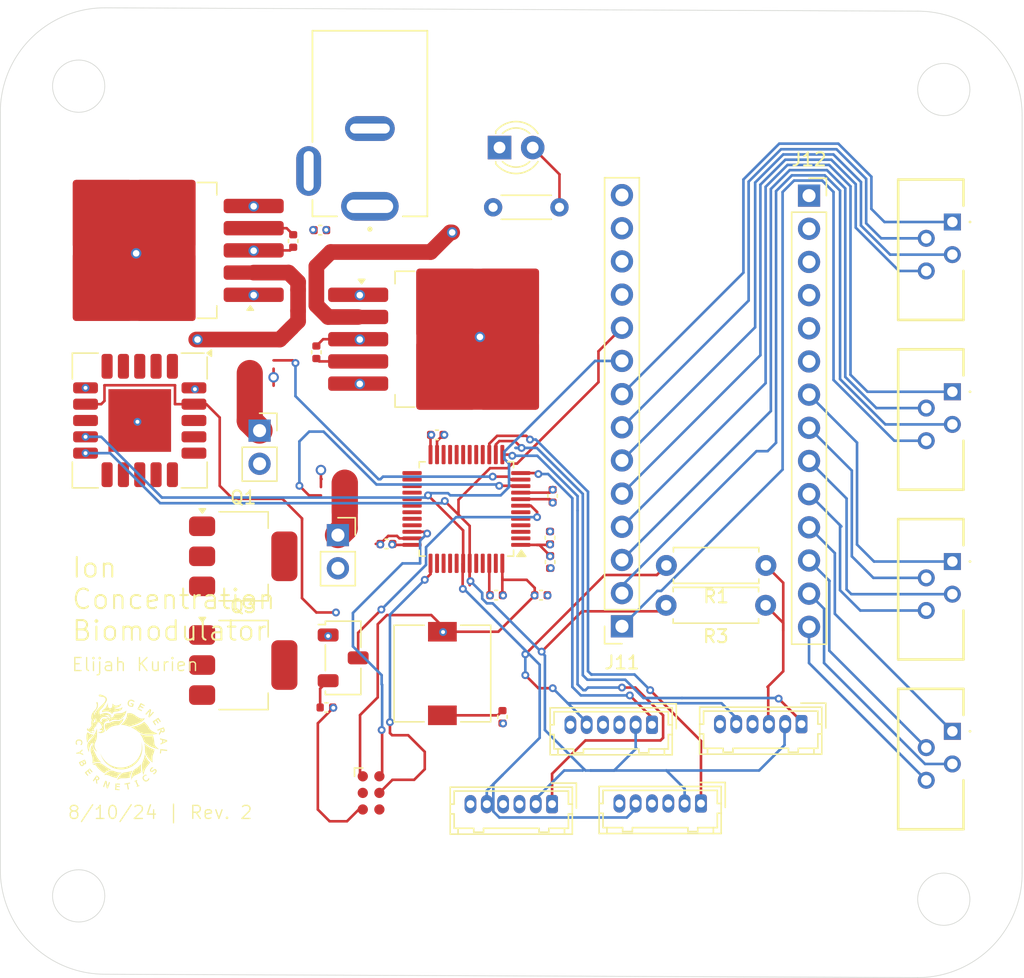
<source format=kicad_pcb>
(kicad_pcb (version 20240108) (generator "pcbnew") (generator_version "8.0")
  (layers (0 "F.Cu" signal) (1 "In1.Cu" power "Power") (2 "In2.Cu" power "GND") (31 "B.Cu" signal) (34 "B.Paste" user) (35 "F.Paste" user) (36 "B.SilkS" user "B.Silkscreen") (37 "F.SilkS" user "F.Silkscreen") (38 "B.Mask" user) (39 "F.Mask" user) (44 "Edge.Cuts" user))
  (net 0 "")
  (net 1 "GND")
  (net 2 "Net-(U4-FB)")
  (net 3 "Net-(SW2-A)")
  (net 4 "Net-(U1-FB)")
  (net 5 "+3.3V")
  (net 6 "Net-(C25-Pad1)")
  (net 7 "Net-(D2-A)")
  (net 8 "Net-(J11-Pin_5)")
  (net 9 "Net-(J11-Pin_6)")
  (net 10 "Net-(J11-Pin_8)")
  (net 11 "Net-(J11-Pin_7)")
  (net 12 "Net-(J11-Pin_1)")
  (net 13 "Net-(J11-Pin_4)")
  (net 14 "Net-(J11-Pin_2)")
  (net 15 "Net-(J11-Pin_3)")
  (net 16 "/I2C_SDA")
  (net 17 "+5V")
  (net 18 "Net-(J12-Pin_9)")
  (net 19 "Net-(J12-Pin_13)")
  (net 20 "Net-(J12-Pin_12)")
  (net 21 "Net-(J12-Pin_8)")
  (net 24 "Net-(J12-Pin_7)")
  (net 26 "Net-(J12-Pin_14)")
  (net 27 "Net-(J12-Pin_11)")
  (net 28 "Net-(J12-Pin_10)")
  (net 30 "/SWDIO")
  (net 32 "/SWCLK")
  (net 34 "Net-(J16-Pin_1)")
  (net 35 "+12V")
  (net 36 "/PELT_OUT")
  (net 37 "/SOLEN_OUT")
  (net 38 "/NRST")
  (net 39 "/I2C_SCK")
  (net 42 "/IRQn3")
  (net 57 "/IRQn4")
  (net 73 "/IRQn1")
  (net 75 "/IRQn2")
  (net 76 "Net-(Q3-D)")
  (footprint "Resistor_THT:R_Axial_DIN0207_L6.3mm_D2.5mm_P7.62mm_Horizontal" (layer "F.Cu") (at 164.6 105.75 180)
    (property "Reference" "R3")
    (property "Value" "10,000R")
  )
  (footprint "Package_TO_SOT_SMD:TO-263-5_TabPin3" (layer "F.Cu") (at 141.05 85.375)
    (property "Reference" "U1" (hide yes))
    (property "Value" "LM2576HVS-3.3")
  )
  (footprint "Capacitor_SMD:C_0402_1005Metric" (layer "F.Cu") (at 147.4 104.975)
    (property "Reference" "C24" (hide yes))
    (property "Value" "1uF")
  )
  (footprint "Capacitor_SMD:C_0402_1005Metric" (layer "F.Cu") (at 130.5 77.025 180)
    (property "Reference" "C1" (hide yes))
    (property "Value" "1uF")
  )
  (footprint "Connector_PinSocket_2.54mm:PinSocket_1x14_P2.54mm_Vertical" (layer "F.Cu") (at 167.925 74.38)
    (property "Reference" "J12")
    (property "Value" "Conn_01x14_Pin")
  )
  (footprint "Capacitor_SMD:C_0402_1005Metric" (layer "F.Cu") (at 139.43 92.7)
    (property "Reference" "C16" (hide yes))
    (property "Value" "1uF")
  )
  (footprint "Sensor:Sensirion_SCD4x-1EP_10.1x10.1mm_P1.25mm_EP4.8x4.8mm" (layer "F.Cu") (at 116.675 91.6 -90)
    (property "Reference" "U2" (hide yes))
    (property "Value" "SCD41-D-R2")
  )
  (footprint "Package_TO_SOT_SMD:SOT-223-3_TabPin2" (layer "F.Cu") (at 124.6 110.325)
    (property "Reference" "Q3")
    (property "Value" "NDT3055L")
  )
  (footprint "Capacitor_SMD:C_0402_1005Metric" (layer "F.Cu") (at 135.57 101.05 180)
    (property "Reference" "C21" (hide yes))
    (property "Value" "100nF")
  )
  (footprint "barrel_jack_EJ508A:MPD_EJ508A" (layer "F.Cu") (at 134.3 72.495 180)
    (property "Reference" "J18" (hide yes))
    (property "Value" "EJ508A")
  )
  (footprint "Connector_PinSocket_2.54mm:PinSocket_1x02_P2.54mm_Vertical" (layer "F.Cu") (at 131.85 100.375)
    (property "Reference" "J16" (hide yes))
    (property "Value" "Conn_01x02_Socket")
  )
  (footprint "microfluidics:39532045" (layer "F.Cu") (at 178.9 115.4 -90)
    (property "Reference" "J14" (hide yes))
    (property "Value" "39-53-2045" (hide yes))
  )
  (footprint "microfluidics:39532045" (layer "F.Cu") (at 178.9 102.4 -90)
    (property "Reference" "J13" (hide yes))
    (property "Value" "39-53-2045" (hide yes))
  )
  (footprint "Connector_Hirose:Hirose_DF13-06P-1.25DSA_1x06_P1.25mm_Vertical" (layer "F.Cu") (at 148.25 120.975 180)
    (property "Reference" "J4" (hide yes))
    (property "Value" "Conn_01x06_Pin")
  )
  (footprint "Package_TO_SOT_SMD:TO-263-5_TabPin3" (layer "F.Cu") (at 117.75 78.575 180)
    (property "Reference" "U4" (hide yes))
    (property "Value" "LM2576HVS-5")
  )
  (footprint "Connector_Hirose:Hirose_DF13-06P-1.25DSA_1x06_P1.25mm_Vertical" (layer "F.Cu") (at 159.65 120.925 180)
    (property "Reference" "J2" (hide yes))
    (property "Value" "Conn_01x06_Pin")
  )
  (footprint "LOGO" (layer "F.Cu") (at 115.3 116.5)
    (property "Reference" "G***" (hide yes))
    (property "Value" "LOGO" (hide yes))
  )
  (footprint "Connector_Hirose:Hirose_DF13-06P-1.25DSA_1x06_P1.25mm_Vertical" (layer "F.Cu") (at 167.35 114.85 180)
    (property "Reference" "J1" (hide yes))
    (property "Value" "Conn_01x06_Pin")
  )
  (footprint "Package_QFP:LQFP-48_7x7mm_P0.5mm" (layer "F.Cu") (at 141.69 98.375 180)
    (property "Reference" "U6" (hide yes))
    (property "Value" "STM32F410C8Tx")
  )
  (footprint "Connector:Tag-Connect_TC2030-IDC-FP_2x03_P1.27mm_Vertical" (layer "F.Cu") (at 134.39 120.115 -90)
    (property "Reference" "J15" (hide yes))
    (property "Value" "Conn_ARM_SWD_TagConnect_TC2030")
  )
  (footprint "Connector_PinSocket_2.54mm:PinSocket_1x02_P2.54mm_Vertical" (layer "F.Cu") (at 125.85 92.375)
    (property "Reference" "PE1" (hide yes))
    (property "Value" "PeltierElement")
  )
  (footprint "Capacitor_SMD:C_0402_1005Metric" (layer "F.Cu") (at 130.97 113.575 180)
    (property "Reference" "C14" (hide yes))
    (property "Value" "100nF")
  )
  (footprint "LED_THT:LED_D3.0mm" (layer "F.Cu") (at 144.225 70.7)
    (property "Reference" "D2" (hide yes))
    (property "Value" "LED")
  )
  (footprint "Resistor_THT:R_Axial_DIN0207_L6.3mm_D2.5mm_P7.62mm_Horizontal" (layer "F.Cu") (at 164.62 102.7 180)
    (property "Reference" "R1")
    (property "Value" "10,000R")
  )
  (footprint "Capacitor_SMD:C_0402_1005Metric" (layer "F.Cu") (at 148.1 102.435 -90)
    (property "Reference" "C2" (hide yes))
    (property "Value" "100nF")
  )
  (footprint "Capacitor_SMD:C_0402_1005Metric" (layer "F.Cu") (at 148.09 100.575 90)
    (property "Reference" "C18" (hide yes))
    (property "Value" "100nF")
  )
  (footprint "Capacitor_SMD:C_0402_1005Metric" (layer "F.Cu") (at 143.97 104.975 180)
    (property "Reference" "C23" (hide yes))
    (property "Value" "100nF")
  )
  (footprint "Connector_Hirose:Hirose_DF13-06P-1.25DSA_1x06_P1.25mm_Vertical" (layer "F.Cu") (at 155.9 114.9 180)
    (property "Reference" "J3" (hide yes))
    (property "Value" "Conn_01x06_Pin")
  )
  (footprint "Connector_PinSocket_2.54mm:PinSocket_1x14_P2.54mm_Vertical" (layer "F.Cu") (at 153.6 107.36 180)
    (property "Reference" "J11")
    (property "Value" "Conn_01x14_Pin")
  )
  (footprint "Inductor_SMD:L_7.3x7.3_H4.5" (layer "F.Cu") (at 139.85 110.975 90)
    (property "Reference" "FB2" (hide yes))
    (property "Value" "120R")
  )
  (footprint "Button_Switch_SMD:Nidec_Copal_CAS-120A" (layer "F.Cu") (at 132.25 109.775)
    (property "Reference" "SW2" (hide yes))
    (property "Value" "SW_Nidec_CAS-120A1")
  )
  (footprint "Capacitor_SMD:C_0402_1005Metric" (layer "F.Cu") (at 128.425 77.855 90)
    (property "Reference" "C11" (hide yes))
    (property "Value" "1uF")
  )
  (footprint "microfluidics:39532045" (layer "F.Cu") (at 178.9 76.4 -90)
    (property "Reference" "J8" (hide yes))
    (property "Value" "39-53-2045" (hide yes))
  )
  (footprint "Capacitor_SMD:C_0402_1005Metric" (layer "F.Cu") (at 148.29 97.375 -90)
    (property "Reference" "C22" (hide yes))
    (property "Value" "100nF")
  )
  (footprint "Package_TO_SOT_SMD:SOT-223-3_TabPin2" (layer "F.Cu") (at 124.6 102)
    (property "Reference" "Q1")
    (property "Value" "NDT3055L")
  )
  (footprint "Capacitor_SMD:C_0402_1005Metric" (layer "F.Cu") (at 130.2 86.375 -90)
    (property "Reference" "C15" (hide yes))
    (property "Value" "100nF")
  )
  (footprint "Resistor_THT:R_Axial_DIN0204_L3.6mm_D1.6mm_P5.08mm_Horizontal" (layer "F.Cu") (at 143.735 75.275)
    (property "Reference" "R2" (hide yes))
    (property "Value" "220R")
  )
  (footprint "microfluidics:39532045" (layer "F.Cu") (at 178.9 89.4 -90)
    (property "Reference" "J10" (hide yes))
    (property "Value" "39-53-2045" (hide yes))
  )
  (footprint "Capacitor_SMD:C_0402_1005Metric" (layer "F.Cu") (at 144.45 114.295 -90)
    (property "Reference" "C25" (hide yes))
    (property "Value" "1uF")
  )
  (gr_arc (start 184.243146 126.256854) (mid 181.9 131.913708) (end 176.243146 134.256854) (stroke (width 0.05)) (layer "Edge.Cuts"))
  (gr_line (start 114 134) (end 176.243146 134.256854) (stroke (width 0.05)) (layer "Edge.Cuts"))
  (gr_circle (center 178.243146 128.256854) (end 178.243146 126.256854) (stroke (width 0.05)) (fill none) (layer "Edge.Cuts"))
  (gr_line (start 106 68) (end 106 126) (stroke (width 0.05)) (layer "Edge.Cuts"))
  (gr_line (start 114 60) (end 176.243146 60.256854) (stroke (width 0.05)) (layer "Edge.Cuts"))
  (gr_circle (center 112 128) (end 112 126) (stroke (width 0.05)) (fill none) (layer "Edge.Cuts"))
  (gr_arc (start 106 68) (mid 108.343146 62.343146) (end 114 60) (stroke (width 0.05)) (layer "Edge.Cuts"))
  (gr_arc (start 176.243146 60.256854) (mid 181.9 62.6) (end 184.243146 68.256854) (stroke (width 0.05)) (layer "Edge.Cuts"))
  (gr_line (start 184.243146 68.256854) (end 184.243146 126.256854) (stroke (width 0.05)) (layer "Edge.Cuts"))
  (gr_arc (start 114 134) (mid 108.343146 131.656854) (end 106 126) (stroke (width 0.05)) (layer "Edge.Cuts"))
  (gr_circle (center 178.243146 66.256854) (end 178.243146 64.256854) (stroke (width 0.05)) (fill none) (layer "Edge.Cuts"))
  (gr_circle (center 112 66) (end 112 64) (stroke (width 0.05)) (fill none) (layer "Edge.Cuts"))
  (gr_text "Elijah Kurien" (at 111.4 110.875 0) (layer "F.SilkS") (effects (font (size 1 1) (thickness 0.1)) (justify left bottom)))
  (gr_text "Ion\nConcentration\nBiomodulator" (at 111.4 108.575 0) (layer "F.SilkS") (effects (font (size 1.5 1.5)) (justify left bottom)))
  (gr_text "8/10/24 | Rev. 2" (at 111.1 122.2 0) (layer "F.SilkS") (effects (font (size 1 1) (thickness 0.1)) (justify left bottom)))
  (segment (start 140 92.7) (end 140 92.61) (width 0.2) (layer "F.Cu") (net 1))
  (segment (start 130.31255 114.78745) (end 131.5 113.6) (width 0.2) (layer "F.Cu") (net 1))
  (segment (start 129.95 77) (end 129.975 77.025) (width 0.2) (layer "F.Cu") (net 1))
  (segment (start 129.875979 77.025) (end 129.925 77.025) (width 0.2) (layer "F.Cu") (net 1))
  (segment (start 137.5275 100.625) (end 136.561134 100.625) (width 0.2) (layer "F.Cu") (net 1))
  (segment (start 130.025 77.025) (end 130.05 77) (width 0.2) (layer "F.Cu") (net 1))
  (segment (start 135.1 101.1) (end 135.1 101.065) (width 0.2) (layer "F.Cu") (net 1))
  (segment (start 130.31255 121.386833) (end 130.31255 114.78745) (width 0.2) (layer "F.Cu") (net 1))
  (segment (start 132.546115 122.28745) (end 131.213167 122.28745) (width 0.2) (layer "F.Cu") (net 1))
  (segment (start 135.7 100.44) (end 135.09 101.05) (width 0.2) (layer "F.Cu") (net 1))
  (segment (start 140 92.61) (end 139.91 92.7) (width 0.2) (layer "F.Cu") (net 1))
  (segment (start 133.448565 121.385) (end 132.546115 122.28745) (width 0.2) (layer "F.Cu") (net 1))
  (segment (start 128.185 78.575) (end 128.425 78.335) (width 0.2) (layer "F.Cu") (net 1))
  (segment (start 136.376134 100.44) (end 135.7 100.44) (width 0.2) (layer "F.Cu") (net 1))
  (segment (start 131.213167 122.28745) (end 130.31255 121.386833) (width 0.2) (layer "F.Cu") (net 1))
  (segment (start 135.135 101.1) (end 135.1 101.1) (width 0.2) (layer "F.Cu") (net 1))
  (segment (start 133.4 85.375) (end 130.72 85.375) (width 0.2) (layer "F.Cu") (net 1))
  (segment (start 143.44 104.925) (end 143.49 104.975) (width 0.2) (layer "F.Cu") (net 1))
  (segment (start 148.06 97.625) (end 148.29 97.855) (width 0.2) (layer "F.Cu") (net 1))
  (segment (start 135.09 101.05) (end 134.75 101.05) (width 0.2) (layer "F.Cu") (net 1))
  (segment (start 139.44 93.17) (end 139.91 92.7) (width 0.2) (layer "F.Cu") (net 1))
  (segment (start 136.561134 100.625) (end 136.376134 100.44) (width 0.2) (layer "F.Cu") (net 1))
  (segment (start 143.44 102.5375) (end 143.44 104.925) (width 0.2) (layer "F.Cu") (net 1))
  (segment (start 135.16 101.125) (end 135.135 101.1) (width 0.2) (layer "F.Cu") (net 1))
  (segment (start 130.72 85.375) (end 130.2 85.895) (width 0.2) (layer "F.Cu") (net 1))
  (segment (start 135.1 101.065) (end 135.09 101.055) (width 0.2) (layer "F.Cu") (net 1))
  (segment (start 129.850201 76.999222) (end 129.875979 77.025) (width 0.2) (layer "F.Cu") (net 1))
  (segment (start 129.925 77.025) (end 129.95 77) (width 0.2) (layer "F.Cu") (net 1))
  (segment (start 139.91 92.7) (end 140 92.7) (width 0.2) (layer "F.Cu") (net 1))
  (segment (start 145.8525 97.625) (end 148.06 97.625) (width 0.2) (layer "F.Cu") (net 1))
  (segment (start 129.875979 77.025) (end 130.025 77.025) (width 0.2) (layer "F.Cu") (net 1))
  (segment (start 125.4 78.575) (end 128.185 78.575) (width 0.2) (layer "F.Cu") (net 1))
  (segment (start 129.975 77.025) (end 130.02 77.025) (width 0.2) (layer "F.Cu") (net 1))
  (segment (start 139.44 94.2125) (end 139.44 93.17) (width 0.2) (layer "F.Cu") (net 1))
  (segment (start 133.755 121.385) (end 133.448565 121.385) (width 0.2) (layer "F.Cu") (net 1))
  (via (at 148.1 100.1) (size 0.6) (drill 0.3) (layers "F.Cu" "B.Cu") (net 1))
  (via (at 125.4 75.2) (size 0.8) (drill 0.5) (layers "F.Cu" "B.Cu") (net 1))
  (via (at 131.5 113.6) (size 0.6) (drill 0.3) (layers "F.Cu" "B.Cu") (net 1))
  (via (at 120.9 89.2) (size 0.6) (drill 0.3) (layers "F.Cu" "B.Cu") (net 1))
  (via (at 116.5 91.7) (size 0.6) (drill 0.3) (layers "F.Cu" "B.Cu") (net 1))
  (via (at 133.525 85.4) (size 0.8) (drill 0.5) (layers "F.Cu" "B.Cu") (net 1))
  (via (at 144.5 114.8) (size 0.6) (drill 0.3) (layers "F.Cu" "B.Cu") (net 1))
  (via (at 148.15 102.9) (size 0.6) (drill 0.3) (layers "F.Cu" "B.Cu") (net 1))
  (via (at 125.4 78.6) (size 0.8) (drill 0.5) (layers "F.Cu" "B.Cu") (net 1))
  (via (at 140 92.7) (size 0.6) (drill 0.3) (layers "F.Cu" "B.Cu") (net 1))
  (via (at 129.95 77) (size 0.6) (drill 0.3) (layers "F.Cu" "B.Cu") (net 1))
  (via (at 116.4 78.8) (size 0.8) (drill 0.5) (layers "F.Cu" "B.Cu") (net 1))
  (via (at 131.1 108.1) (size 0.6) (drill 0.3) (layers "F.Cu" "B.Cu") (net 1))
  (via (at 148.3 97.9) (size 0.6) (drill 0.3) (layers "F.Cu" "B.Cu") (net 1))
  (via (at 147.91 105) (size 0.6) (drill 0.3) (layers "F.Cu" "B.Cu") (net 1))
  (via (at 143.5 105) (size 0.6) (drill 0.3) (layers "F.Cu" "B.Cu") (net 1))
  (via (at 112.525 89.1) (size 0.6) (drill 0.3) (layers "F.Cu" "B.Cu") (net 1))
  (via (at 135.1 101.1) (size 0.6) (drill 0.3) (layers "F.Cu" "B.Cu") (net 1))
  (via (at 133.525 88.8) (size 0.8) (drill 0.5) (layers "F.Cu" "B.Cu") (net 1))
  (via (at 142.725 85.2) (size 0.8) (drill 0.5) (layers "F.Cu" "B.Cu") (net 1))
  (segment (start 127.925 76.875) (end 128.425 77.375) (width 0.2) (layer "F.Cu") (net 2))
  (segment (start 125.4 76.875) (end 127.925 76.875) (width 0.2) (layer "F.Cu") (net 2))
  (segment (start 130.49 112.135) (end 130.49 113.575) (width 0.2) (layer "F.Cu") (net 3))
  (segment (start 131.1 111.525) (end 130.49 112.135) (width 0.2) (layer "F.Cu") (net 3))
  (segment (start 130.42 87.075) (end 130.2 86.855) (width 0.2) (layer "F.Cu") (net 4))
  (segment (start 133.4 87.075) (end 130.42 87.075) (width 0.2) (layer "F.Cu") (net 4))
  (segment (start 165.95 107.1) (end 165.95 107.7) (width 0.2) (layer "F.Cu") (net 5))
  (segment (start 164.75 112) (end 164.8 112.05) (width 0.2) (layer "F.Cu") (net 5))
  (segment (start 136.1 101.1) (end 136 101.1) (width 0.2) (layer "F.Cu") (net 5))
  (segment (start 122.8 91.375001) (end 122.8 96.6) (width 0.2) (layer "F.Cu") (net 5))
  (segment (start 148.3 96.885) (end 148.29 96.895) (width 0.2) (layer "F.Cu") (net 5))
  (segment (start 134.9 112.8) (end 134.9 107.2) (width 0.2) (layer "F.Cu") (net 5))
  (segment (start 144.135 107.775) (end 139.925 107.775) (width 0.2) (layer "F.Cu") (net 5))
  (segment (start 144.5 105.025) (end 144.45 104.975) (width 0.2) (layer "F.Cu") (net 5))
  (segment (start 138.94 94.2125) (end 138.94 92.71) (width 0.2) (layer "F.Cu") (net 5))
  (segment (start 133.755 118.845) (end 133.5447 118.6347) (width 0.2) (layer "F.Cu") (net 5))
  (segment (start 147.1 101.125) (end 148.02 101.125) (width 0.2) (layer "F.Cu") (net 5))
  (segment (start 113.725 90.35) (end 112.525 90.35) (width 0.2) (layer "F.Cu") (net 5))
  (segment (start 123.8 97.6) (end 127.6 97.6) (width 0.2) (layer "F.Cu") (net 5))
  (segment (start 137.5275 101.125) (end 136.125 101.125) (width 0.2) (layer "F.Cu") (net 5))
  (segment (start 148.045 101.1) (end 148.1 101.1) (width 0.2) (layer "F.Cu") (net 5))
  (segment (start 140.45 77.2) (end 140.6 77.2) (width 1.2) (layer "F.Cu") (net 5))
  (segment (start 139 106.5) (end 139.85 107.35) (width 0.2) (layer "F.Cu") (net 5))
  (segment (start 136 101) (end 136.05 101.05) (width 0.2) (layer "F.Cu") (net 5))
  (segment (start 144.5 105) (end 144.5 105.025) (width 0.2) (layer "F.Cu") (net 5))
  (segment (start 139 92.7) (end 139 92.65) (width 0.2) (layer "F.Cu") (net 5))
  (segment (start 148.02 101.125) (end 148.045 101.1) (width 0.2) (layer "F.Cu") (net 5))
  (segment (start 146.685 104.975) (end 146.91 105) (width 0.2) (layer "F.Cu") (net 5))
  (segment (start 113.975 88.9) (end 113.975 90.1) (width 0.2) (layer "F.Cu") (net 5))
  (segment (start 148.1 101.1) (end 148.1 101.045) (width 0.2) (layer "F.Cu") (net 5))
  (segment (start 164.6 105.75) (end 165.95 107.1) (width 0.2) (layer "F.Cu") (net 5))
  (segment (start 133.5447 114.1553) (end 134.9 112.8) (width 0.2) (layer "F.Cu") (net 5))
  (segment (start 148.3 96.9) (end 148.3 96.885) (width 0.2) (layer "F.Cu") (net 5))
  (segment (start 136 101.1) (end 136 101) (width 0.2) (layer "F.Cu") (net 5))
  (segment (start 139 92.65) (end 138.95 92.7) (width 0.2) (layer "F.Cu") (net 5))
  (segment (start 144.44 103.6) (end 144.44 103.84) (width 0.2) (layer "F.Cu") (net 5))
  (segment (start 144.475 105) (end 144.5 105) (width 0.2) (layer "F.Cu") (net 5))
  (segment (start 129.1 105.2) (end 130.2 106.3) (width 0.2) (layer "F.Cu") (net 5))
  (segment (start 165.95 107.7) (end 165.95 110.8) (width 0.2) (layer "F.Cu") (net 5))
  (segment (start 129.1 99.1) (end 129.1 99.2) (width 0.2) (layer "F.Cu") (net 5))
  (segment (start 146.91 105) (end 144.135 107.775) (width 0.2) (layer "F.Cu") (net 5))
  (segment (start 145.8525 101.125) (end 147.1 101.125) (width 0.2) (layer "F.Cu") (net 5))
  (segment (start 130.2 82.775) (end 130.2 79.8) (width 1.2) (layer "F.Cu") (net 5))
  (segment (start 144.44 103.6) (end 144.44 104.965) (width 0.2) (layer "F.Cu") (net 5))
  (segment (start 148.285 96.9) (end 148.3 96.9) (width 0.2) (layer "F.Cu") (net 5))
  (segment (start 134.9 107.2) (end 135.6 106.5) (width 0.2) (layer "F.Cu") (net 5))
  (segment (start 131.3 78.7) (end 138.95 78.7) (width 1.2) (layer "F.Cu") (net 5))
  (segment (start 129.1 99.2) (end 129.1 105.2) (width 0.2) (layer "F.Cu") (net 5))
  (segment (start 133.4 83.675) (end 131.1 83.675) (width 1.2) (layer "F.Cu") (net 5))
  (segment (start 164.8 112.05) (end 164.8 114.725) (width 0.2) (layer "F.Cu") (net 5))
  (segment (start 146.3 103.8) (end 146.92 104.42) (width 0.2) (layer "F.Cu") (net 5))
  (segment (start 130.2 106.3) (end 131.7 106.3) (width 0.2) (layer "F.Cu") (net 5))
  (segment (start 139.925 107.775) (end 139.9 107.8) (width 0.2) (layer "F.Cu") (net 5))
  (segment (start 148.1 101.955) (end 148.1 102) (width 0.2) (layer "F.Cu") (net 5))
  (segment (start 148.06 97.125) (end 148.285 96.9) (width 0.2) (layer "F.Cu") (net 5))
  (segment (start 133.5447 118.6347) (end 133.5447 114.1553) (width 0.2) (layer "F.Cu") (net 5))
  (segment (start 122.8 96.6) (end 123.8 97.6) (width 0.2) (layer "F.Cu") (net 5))
  (segment (start 144.44 104.965) (end 144.475 105) (width 0.2) (layer "F.Cu") (net 5))
  (segment (start 119.375 90.35) (end 119.375 88.9) (width 0.2) (layer "F.Cu") (net 5))
  (segment (start 131.1 83.675) (end 130.2 82.775) (width 1.2) (layer "F.Cu") (net 5))
  (segment (start 138.95 92.7) (end 139 92.7) (width 0.2) (layer "F.Cu") (net 5))
  (segment (start 148.1 101.045) (end 148.09 101.055) (width 0.2) (layer "F.Cu") (net 5))
  (segment (start 121.774999 90.35) (end 122.8 91.375001) (width 0.2) (layer "F.Cu") (net 5))
  (segment (start 138.94 92.71) (end 138.95 92.7) (width 0.2) (layer "F.Cu") (net 5))
  (segment (start 138.95 78.7) (end 140.45 77.2) (width 1.2) (layer "F.Cu") (net 5))
  (segment (start 144.48 103.8) (end 146.3 103.8) (width 0.2) (layer "F.Cu") (net 5))
  (segment (start 148.145 102) (end 148.1 101.955) (width 0.2) (layer "F.Cu") (net 5))
  (segment (start 144.44 103.84) (end 144.48 103.8) (width 0.2) (layer "F.Cu") (net 5))
  (segment (start 146.92 104.42) (end 146.92 104.975) (width 0.2) (layer "F.Cu") (net 5))
  (segment (start 147.27 101.125) (end 148.1 101.955) (width 0.2) (layer "F.Cu") (net 5))
  (segment (start 165.95 110.8) (end 164.75 112) (width 0.2) (layer "F.Cu") (net 5))
  (segment (start 144.44 102.5375) (end 144.44 103.6) (width 0.2) (layer "F.Cu") (net 5))
  (segment (start 130.2 79.8) (end 131.3 78.7) (width 1.2) (layer "F.Cu") (net 5))
  (segment (start 120.825 90.35) (end 121.774999 90.35) (width 0.2) (layer "F.Cu") (net 5))
  (segment (start 148.1 102) (end 148.145 102) (width 0.2) (layer "F.Cu") (net 5))
  (segment (start 139.9 107.8) (end 139.875 107.775) (width 0.2) (layer "F.Cu") (net 5))
  (segment (start 147.1 101.125) (end 147.27 101.125) (width 0.2) (layer "F.Cu") (net 5))
  (segment (start 145.8525 97.125) (end 148.06 97.125) (width 0.2) (layer "F.Cu") (net 5))
  (segment (start 119.375 88.9) (end 113.975 88.9) (width 0.2) (layer "F.Cu") (net 5))
  (segment (start 135.6 106.5) (end 139 106.5) (width 0.2) (layer "F.Cu") (net 5))
  (segment (start 164.62 102.7) (end 165.95 104.03) (width 0.2) (layer "F.Cu") (net 5))
  (segment (start 165.95 104.03) (end 165.95 107.7) (width 0.2) (layer "F.Cu") (net 5))
  (segment (start 138.95 94.2025) (end 138.94 94.2125) (width 0.2) (layer "F.Cu") (net 5))
  (segment (start 136.125 101.125) (end 136.1 101.1) (width 0.2) (layer "F.Cu") (net 5))
  (segment (start 113.975 90.1) (end 113.725 90.35) (width 0.2) (layer "F.Cu") (net 5))
  (segment (start 120.825 90.35) (end 119.375 90.35) (width 0.2) (layer "F.Cu") (net 5))
  (segment (start 146.91 105) (end 146.92 104.975) (width 0.2) (layer "F.Cu") (net 5))
  (segment (start 139.85 107.35) (end 139.85 107.775) (width 0.2) (layer "F.Cu") (net 5))
  (segment (start 127.6 97.6) (end 129.1 99.1) (width 0.2) (layer "F.Cu") (net 5))
  (segment (start 139.875 107.775) (end 139.85 107.775) (width 0.2) (layer "F.Cu") (net 5))
  (via (at 148.1 101.1) (size 0.6) (drill 0.3) (layers "F.Cu" "B.Cu") (net 5))
  (via (at 131.7 106.3) (size 0.6) (drill 0.3) (layers "F.Cu" "B.Cu") (net 5))
  (via (at 146.91 105) (size 0.6) (drill 0.3) (layers "F.Cu" "B.Cu") (net 5))
  (via (at 136 101.1) (size 0.6) (drill 0.3) (layers "F.Cu" "B.Cu") (net 5))
  (via (at 139 92.7) (size 0.6) (drill 0.3) (layers "F.Cu" "B.Cu") (net 5))
  (via (at 139.9 107.8) (size 0.6) (drill 0.3) (layers "F.Cu" "B.Cu") (net 5))
  (via (at 148.3 96.9) (size 0.6) (drill 0.3) (layers "F.Cu" "B.Cu") (net 5))
  (via (at 148.1 102) (size 0.6) (drill 0.3) (layers "F.Cu" "B.Cu") (net 5))
  (via (at 140.6 77.2) (size 0.8) (drill 0.5) (layers "F.Cu" "B.Cu") (net 5))
  (via (at 144.5 105) (size 0.6) (drill 0.3) (layers "F.Cu" "B.Cu") (net 5))
  (segment (start 139.85 114.175) (end 144.09 114.175) (width 0.2) (layer "F.Cu") (net 6))
  (segment (start 144.09 114.175) (end 144.45 113.815) (width 0.2) (layer "F.Cu") (net 6))
  (segment (start 148.815 72.75) (end 146.765 70.7) (width 0.2) (layer "F.Cu") (net 7))
  (segment (start 148.815 75.275) (end 148.815 72.75) (width 0.2) (layer "F.Cu") (net 7))
  (segment (start 153.6 97.2) (end 164.2 86.6) (width 0.2) (layer "B.Cu") (net 8))
  (segment (start 164.2 73.542256) (end 166.112256 71.63) (width 0.2) (layer "B.Cu") (net 8))
  (segment (start 174.818628 80.15) (end 176.9 80.15) (width 0.2) (layer "B.Cu") (net 8))
  (segment (start 171.5 73.502942) (end 171.5 76.831372) (width 0.2) (layer "B.Cu") (net 8))
  (segment (start 164.2 86.6) (end 164.2 73.542256) (width 0.2) (layer "B.Cu") (net 8))
  (segment (start 169.627058 71.63) (end 171.5 73.502942) (width 0.2) (layer "B.Cu") (net 8))
  (segment (start 171.5 76.831372) (end 174.818628 80.15) (width 0.2) (layer "B.Cu") (net 8))
  (segment (start 166.112256 71.63) (end 169.627058 71.63) (width 0.2) (layer "B.Cu") (net 8))
  (segment (start 171.9 73.337256) (end 171.9 76.665686) (width 0.2) (layer "B.Cu") (net 9))
  (segment (start 163.8 84.46) (end 163.8 73.37657) (width 0.2) (layer "B.Cu") (net 9))
  (segment (start 165.94657 71.23) (end 169.792744 71.23) (width 0.2) (layer "B.Cu") (net 9))
  (segment (start 174.134314 78.9) (end 178.9 78.9) (width 0.2) (layer "B.Cu") (net 9))
  (segment (start 153.6 94.66) (end 163.8 84.46) (width 0.2) (layer "B.Cu") (net 9))
  (segment (start 171.9 76.665686) (end 174.134314 78.9) (width 0.2) (layer "B.Cu") (net 9))
  (segment (start 169.792744 71.23) (end 171.9 73.337256) (width 0.2) (layer "B.Cu") (net 9))
  (segment (start 163.8 73.37657) (end 165.94657 71.23) (width 0.2) (layer "B.Cu") (net 9))
  (segment (start 172.7 72.934314) (end 172.7 75.4) (width 0.2) (layer "B.Cu") (net 10))
  (segment (start 170.165686 70.4) (end 172.7 72.934314) (width 0.2) (layer "B.Cu") (net 10))
  (segment (start 162.9 73.145199) (end 165.645199 70.4) (width 0.2) (layer "B.Cu") (net 10))
  (segment (start 173.7 76.4) (end 178.9 76.4) (width 0.2) (layer "B.Cu") (net 10))
  (segment (start 165.645199 70.4) (end 170.165686 70.4) (width 0.2) (layer "B.Cu") (net 10))
  (segment (start 162.9 80.28) (end 162.9 73.145199) (width 0.2) (layer "B.Cu") (net 10))
  (segment (start 153.6 89.58) (end 162.9 80.28) (width 0.2) (layer "B.Cu") (net 10))
  (segment (start 172.7 75.4) (end 173.7 76.4) (width 0.2) (layer "B.Cu") (net 10))
  (segment (start 170.03 70.83) (end 172.3 73.1) (width 0.2) (layer "B.Cu") (net 11))
  (segment (start 172.3 76.5) (end 173.45 77.65) (width 0.2) (layer "B.Cu") (net 11))
  (segment (start 153.6 92.12) (end 163.3 82.42) (width 0.2) (layer "B.Cu") (net 11))
  (segment (start 165.780885 70.83) (end 170.03 70.83) (width 0.2) (layer "B.Cu") (net 11))
  (segment (start 173.45 77.65) (end 176.9 77.65) (width 0.2) (layer "B.Cu") (net 11))
  (segment (start 163.3 73.310885) (end 165.780885 70.83) (width 0.2) (layer "B.Cu") (net 11))
  (segment (start 163.3 82.42) (end 163.3 73.310885) (width 0.2) (layer "B.Cu") (net 11))
  (segment (start 172.3 73.1) (end 172.3 76.5) (width 0.2) (layer "B.Cu") (net 11))
  (segment (start 169.8 74.1) (end 169.8 88.497057) (width 0.2) (layer "B.Cu") (net 12))
  (segment (start 153.6 107.36) (end 156.31 104.65) (width 0.2) (layer "B.Cu") (net 12))
  (segment (start 165.9 74.105) (end 166.775 73.23) (width 0.2) (layer "B.Cu") (net 12))
  (segment (start 169.8 88.497057) (end 174.452943 93.15) (width 0.2) (layer "B.Cu") (net 12))
  (segment (start 165.9 95.355635) (end 165.9 74.105) (width 0.2) (layer "B.Cu") (net 12))
  (segment (start 174.452943 93.15) (end 176.9 93.15) (width 0.2) (layer "B.Cu") (net 12))
  (segment (start 166.775 73.23) (end 168.93 73.23) (width 0.2) (layer "B.Cu") (net 12))
  (segment (start 156.31 104.65) (end 156.605635 104.65) (width 0.2) (layer "B.Cu") (net 12))
  (segment (start 168.93 73.23) (end 169.8 74.1) (width 0.2) (layer "B.Cu") (net 12))
  (segment (start 156.605635 104.65) (end 165.9 95.355635) (width 0.2) (layer "B.Cu") (net 12))
  (segment (start 171.1 88.1) (end 172.4 89.4) (width 0.2) (layer "B.Cu") (net 13))
  (segment (start 172.4 89.4) (end 178.9 89.4) (width 0.2) (layer "B.Cu") (net 13))
  (segment (start 164.6 88.74) (end 164.6 73.707942) (width 0.2) (layer "B.Cu") (net 13))
  (segment (start 171.1 73.668628) (end 171.1 88.1) (width 0.2) (layer "B.Cu") (net 13))
  (segment (start 166.277942 72.03) (end 169.461372 72.03) (width 0.2) (layer "B.Cu") (net 13))
  (segment (start 164.6 73.707942) (end 166.277942 72.03) (width 0.2) (layer "B.Cu") (net 13))
  (segment (start 169.461372 72.03) (end 171.1 73.668628) (width 0.2) (layer "B.Cu") (net 13))
  (segment (start 153.6 99.74) (end 164.6 88.74) (width 0.2) (layer "B.Cu") (net 13))
  (segment (start 163.9 93.95) (end 164.75 93.95) (width 0.2) (layer "B.Cu") (net 14))
  (segment (start 170.3 88.431372) (end 173.768628 91.9) (width 0.2) (layer "B.Cu") (net 14))
  (segment (start 170.3 74) (end 170.3 88.431372) (width 0.2) (layer "B.Cu") (net 14))
  (segment (start 165.4 74.039314) (end 166.609314 72.83) (width 0.2) (layer "B.Cu") (net 14))
  (segment (start 166.609314 72.83) (end 169.13 72.83) (width 0.2) (layer "B.Cu") (net 14))
  (segment (start 153.6 104.82) (end 153.6 104.25) (width 0.2) (layer "B.Cu") (net 14))
  (segment (start 173.768628 91.9) (end 178.9 91.9) (width 0.2) (layer "B.Cu") (net 14))
  (segment (start 165.4 93.3) (end 165.4 74.039314) (width 0.2) (layer "B.Cu") (net 14))
  (segment (start 164.75 93.95) (end 165.4 93.3) (width 0.2) (layer "B.Cu") (net 14))
  (segment (start 153.6 104.25) (end 163.9 93.95) (width 0.2) (layer "B.Cu") (net 14))
  (segment (start 169.13 72.83) (end 170.3 74) (width 0.2) (layer "B.Cu") (net 14))
  (segment (start 165 90.88) (end 165 73.873628) (width 0.2) (layer "B.Cu") (net 15))
  (segment (start 169.295686 72.43) (end 170.7 73.834314) (width 0.2) (layer "B.Cu") (net 15))
  (segment (start 173.084314 90.65) (end 176.9 90.65) (width 0.2) (layer "B.Cu") (net 15))
  (segment (start 166.443628 72.43) (end 169.295686 72.43) (width 0.2) (layer "B.Cu") (net 15))
  (segment (start 165 73.873628) (end 166.443628 72.43) (width 0.2) (layer "B.Cu") (net 15))
  (segment (start 170.7 73.834314) (end 170.7 88.265686) (width 0.2) (layer "B.Cu") (net 15))
  (segment (start 170.7 88.265686) (end 173.084314 90.65) (width 0.2) (layer "B.Cu") (net 15))
  (segment (start 153.6 102.28) (end 165 90.88) (width 0.2) (layer "B.Cu") (net 15))
  (segment (start 150.54 106.21) (end 156.52 106.21) (width 0.2) (layer "F.Cu") (net 16))
  (segment (start 141.94 104.202832) (end 141.94 99.672638) (width 0.2) (layer "F.Cu") (net 16))
  (segment (start 141.94 99.672638) (end 141.083681 98.816319) (width 0.2) (layer "F.Cu") (net 16))
  (segment (start 141.94 102.5375) (end 141.94 104.202832) (width 0.2) (layer "F.Cu") (net 16))
  (segment (start 151.8 86.3) (end 153.6 84.5) (width 0.2) (layer "F.Cu") (net 16))
  (segment (start 141.083681 98.816319) (end 140.033683 97.766321) (width 0.2) (layer "F.Cu") (net 16))
  (segment (start 147.45 109.3) (end 150.54 106.21) (width 0.2) (layer "F.Cu") (net 16))
  (segment (start 151.8 88.664073) (end 151.8 86.3) (width 0.2) (layer "F.Cu") (net 16))
  (segment (start 141.083681 97.668032) (end 143.501713 95.25) (width 0.2) (layer "F.Cu") (net 16))
  (segment (start 143.501713 95.25) (end 144.85 95.25) (width 0.2) (layer "F.Cu") (net 16))
  (segment (start 144.85 95.25) (end 145.2 94.9) (width 0.2) (layer "F.Cu") (net 16))
  (segment (start 156.52 106.21) (end 156.98 105.75) (width 0.2) (layer "F.Cu") (net 16))
  (segment (start 145.2 94.9) (end 145.564073 94.9) (width 0.2) (layer "F.Cu") (net 16))
  (segment (start 141.94 102.5375) (end 141.94 103.84) (width 0.2) (layer "F.Cu") (net 16))
  (segment (start 141.94 103.84) (end 142 103.9) (width 0.2) (layer "F.Cu") (net 16))
  (segment (start 145.564073 94.9) (end 151.8 88.664073) (width 0.2) (layer "F.Cu") (net 16))
  (segment (start 141.083681 98.816319) (end 141.083681 97.668032) (width 0.2) (layer "F.Cu") (net 16))
  (via (at 142 103.9) (size 0.6) (drill 0.3) (layers "F.Cu" "B.Cu") (net 16))
  (via (at 112.525 94.1) (size 0.6) (drill 0.3) (layers "F.Cu" "B.Cu") (net 16))
  (via (at 147.45 109.3) (size 0.6) (drill 0.3) (layers "F.Cu" "B.Cu") (net 16))
  (via (at 140.033683 97.766321) (size 0.6) (drill 0.3) (layers "F.Cu" "B.Cu") (net 16))
  (segment (start 143.7 105.6) (end 147.4 109.3) (width 0.2) (layer "B.Cu") (net 16))
  (segment (start 153 118.4) (end 154.7 116.7) (width 0.2) (layer "B.Cu") (net 16))
  (segment (start 139.86871 97.931294) (end 140.033683 97.766321) (width 0.2) (layer "B.Cu") (net 16))
  (segment (start 164.1 118.4) (end 166.05 116.45) (width 0.2) (layer "B.Cu") (net 16))
  (segment (start 142 103.9) (end 142.9 104.8) (width 0.2) (layer "B.Cu") (net 16))
  (segment (start 143.251471 105.6) (end 143.7 105.6) (width 0.2) (layer "B.Cu") (net 16))
  (segment (start 154.7 116.7) (end 154.65 116.65) (width 0.2) (layer "B.Cu") (net 16))
  (segment (start 151.2 118.4) (end 157 118.4) (width 0.2) (layer "B.Cu") (net 16))
  (segment (start 147.4 109.3) (end 147.45 109.3) (width 0.2) (layer "B.Cu") (net 16))
  (segment (start 150.6 118.4) (end 149.175 118.4) (width 0.2) (layer "B.Cu") (net 16))
  (segment (start 150.8 118.4) (end 151.2 118.4) (width 0.2) (layer "B.Cu") (net 16))
  (segment (start 118.240606 97.931294) (end 139.86871 97.931294) (width 0.2) (layer "B.Cu") (net 16))
  (segment (start 147.45 109.35) (end 147.7 109.6) (width 0.2) (layer "B.Cu") (net 16))
  (segment (start 150.7 118.3) (end 150.6 118.4) (width 0.2) (layer "B.Cu") (net 16))
  (segment (start 147.45 109.3) (end 147.45 109.35) (width 0.2) (layer "B.Cu") (net 16))
  (segment (start 147 120.575) (end 147 120.975) (width 0.2) (layer "B.Cu") (net 16))
  (segment (start 158.4 119.8) (end 158.4 120.925) (width 0.2) (layer "B.Cu") (net 16))
  (segment (start 114.409312 94.1) (end 118.240606 97.931294) (width 0.2) (layer "B.Cu") (net 16))
  (segment (start 166.05 116.45) (end 166.05 114.725) (width 0.2) (layer "B.Cu") (net 16))
  (segment (start 150.7 118.3) (end 150.8 118.4) (width 0.2) (layer "B.Cu") (net 16))
  (segment (start 157 118.4) (end 158.4 119.8) (width 0.2) (layer "B.Cu") (net 16))
  (segment (start 154.65 116.65) (end 154.65 114.775) (width 0.2) (layer "B.Cu") (net 16))
  (segment (start 157 118.4) (end 164.1 118.4) (width 0.2) (layer "B.Cu") (net 16))
  (segment (start 151.2 118.4) (end 153 118.4) (width 0.2) (layer "B.Cu") (net 16))
  (segment (start 142.9 105.248529) (end 143.251471 105.6) (width 0.2) (layer "B.Cu") (net 16))
  (segment (start 147.7 109.6) (end 147.7 115.3) (width 0.2) (layer "B.Cu") (net 16))
  (segment (start 147.7 115.3) (end 150.7 118.3) (width 0.2) (layer "B.Cu") (net 16))
  (segment (start 149.175 118.4) (end 147 120.575) (width 0.2) (layer "B.Cu") (net 16))
  (segment (start 112.525 94.1) (end 114.409312 94.1) (width 0.2) (layer "B.Cu") (net 16))
  (segment (start 142.9 104.8) (end 142.9 105.248529) (width 0.2) (layer "B.Cu") (net 16))
  (segment (start 128.3 84.5) (end 127.6 85.2) (width 1.2) (layer "F.Cu") (net 17))
  (segment (start 128.8 81) (end 128.075 80.275) (width 1.2) (layer "F.Cu") (net 17))
  (segment (start 126.925 88.475) (end 127 88.4) (width 0.2) (layer "F.Cu") (net 17))
  (segment (start 126.925 87.635) (end 126.925 88.295) (width 0.2) (layer "F.Cu") (net 17))
  (segment (start 128.8 81.6) (end 128.8 81) (width 1.2) (layer "F.Cu") (net 17))
  (segment (start 128.8 84) (end 128.3 84.5) (width 1.2) (layer "F.Cu") (net 17))
  (segment (start 127.4 85.4) (end 121 85.4) (width 1.2) (layer "F.Cu") (net 17))
  (segment (start 128.3 84.5) (end 127.8 85) (width 1.2) (layer "F.Cu") (net 17))
  (segment (start 128.2 80.4) (end 128.8 81) (width 1.2) (layer "F.Cu") (net 17))
  (segment (start 126.925 88.935) (end 126.925 88.475) (width 0.2) (layer "F.Cu") (net 17))
  (segment (start 128.075 80.275) (end 128.2 80.4) (width 0.2) (layer "F.Cu") (net 17))
  (segment (start 127.6 85.2) (end 127.4 85.4) (width 1.2) (layer "F.Cu") (net 17))
  (segment (start 128.8 81.6) (end 128.8 83.2) (width 1.2) (layer "F.Cu") (net 17))
  (segment (start 128.8 83.2) (end 128.8 84) (width 1.2) (layer "F.Cu") (net 17))
  (segment (start 128.075 80.275) (end 125.4 80.275) (width 1.2) (layer "F.Cu") (net 17))
  (via (at 126.925 88.295) (size 0.8) (drill 0.5) (layers "F.Cu" "B.Cu") (net 17))
  (via (at 121.1 85.4) (size 0.8) (drill 0.5) (layers "F.Cu" "B.Cu") (net 17))
  (segment (start 171.165686 104.9) (end 178.9 104.9) (width 0.2) (layer "B.Cu") (net 18))
  (segment (start 170.8 97.575) (end 170.8 104.534314) (width 0.2) (layer "B.Cu") (net 18))
  (segment (start 167.925 94.7) (end 170.8 97.575) (width 0.2) (layer "B.Cu") (net 18))
  (segment (start 170.8 104.534314) (end 171.165686 104.9) (width 0.2) (layer "B.Cu") (net 18))
  (segment (start 169.075 106.01) (end 169.075 110.168503) (width 0.2) (layer "B.Cu") (net 19))
  (segment (start 169.075 110.168503) (end 176.806497 117.9) (width 0.2) (layer "B.Cu") (net 19))
  (segment (start 176.806497 117.9) (end 178.9 117.9) (width 0.2) (layer "B.Cu") (net 19))
  (segment (start 167.925 104.86) (end 169.075 106.01) (width 0.2) (layer "B.Cu") (net 19))
  (segment (start 169.475 109.225) (end 176.9 116.65) (width 0.2) (layer "B.Cu") (net 20))
  (segment (start 169.4025 103.7975) (end 169.475 103.87) (width 0.2) (layer "B.Cu") (net 20))
  (segment (start 169.475 103.87) (end 169.475 109.225) (width 0.2) (layer "B.Cu") (net 20))
  (segment (start 167.925 102.32) (end 169.4025 103.7975) (width 0.2) (layer "B.Cu") (net 20))
  (segment (start 169.4025 103.7975) (end 169.5 103.895) (width 0.2) (layer "B.Cu") (net 20))
  (segment (start 172.85 103.65) (end 176.9 103.65) (width 0.2) (layer "B.Cu") (net 21))
  (segment (start 167.925 92.16) (end 171.2 95.435) (width 0.2) (layer "B.Cu") (net 21))
  (segment (start 171.2 102) (end 172.85 103.65) (width 0.2) (layer "B.Cu") (net 21))
  (segment (start 171.2 95.435) (end 171.2 102) (width 0.2) (layer "B.Cu") (net 21))
  (segment (start 167.925 89.62) (end 171.6 93.295) (width 0.2) (layer "B.Cu") (net 24))
  (segment (start 171.6 101.1) (end 172.9 102.4) (width 0.2) (layer "B.Cu") (net 24))
  (segment (start 171.6 93.295) (end 171.6 101.1) (width 0.2) (layer "B.Cu") (net 24))
  (segment (start 172.9 102.4) (end 178.9 102.4) (width 0.2) (layer "B.Cu") (net 24))
  (segment (start 167.925 110.175) (end 176.9 119.15) (width 0.2) (layer "B.Cu") (net 26))
  (segment (start 167.925 107.4) (end 167.925 110.175) (width 0.2) (layer "B.Cu") (net 26))
  (segment (start 169.9 101.755) (end 169.9 106.4) (width 0.2) (layer "B.Cu") (net 27))
  (segment (start 167.925 99.78) (end 169.9 101.755) (width 0.2) (layer "B.Cu") (net 27))
  (segment (start 169.9 106.4) (end 178.9 115.4) (width 0.2) (layer "B.Cu") (net 27))
  (segment (start 171.85 106.15) (end 176.9 106.15) (width 0.2) (layer "B.Cu") (net 28))
  (segment (start 170.1925 99.5075) (end 170.3 99.615) (width 0.2) (layer "B.Cu") (net 28))
  (segment (start 167.925 97.24) (end 170.1925 99.5075) (width 0.2) (layer "B.Cu") (net 28))
  (segment (start 170.3 99.615) (end 170.3 104.6) (width 0.2) (layer "B.Cu") (net 28))
  (segment (start 170.3 104.6) (end 171.85 106.15) (width 0.2) (layer "B.Cu") (net 28))
  (segment (start 170.1925 99.5075) (end 170.4 99.715) (width 0.2) (layer "B.Cu") (net 28))
  (segment (start 135.2353 118.6347) (end 135.025 118.845) (width 0.2) (layer "F.Cu") (net 30))
  (segment (start 135.2 115.3) (end 135.2 115.4) (width 0.2) (layer "F.Cu") (net 30))
  (segment (start 137.5275 100.125) (end 138.553653 100.125) (width 0.2) (layer "F.Cu") (net 30))
  (segment (start 138.553653 100.125) (end 138.685074 100.256421) (width 0.2) (layer "F.Cu") (net 30))
  (segment (start 135.2 115.4) (end 135.2353 115.4353) (width 0.2) (layer "F.Cu") (net 30))
  (segment (start 135.2353 115.4353) (end 135.2353 118.6347) (width 0.2) (layer "F.Cu") (net 30))
  (via (at 138.685074 100.256421) (size 0.6) (drill 0.3) (layers "F.Cu" "B.Cu") (net 30))
  (via (at 135.2 115.3) (size 0.6) (drill 0.3) (layers "F.Cu" "B.Cu") (net 30))
  (segment (start 133 108.9) (end 135.2 111.1) (width 0.2) (layer "B.Cu") (net 30))
  (segment (start 135.2 111.8) (end 135.2353 111.8353) (width 0.2) (layer "B.Cu") (net 30))
  (segment (start 135.2353 115.2647) (end 135.2 115.3) (width 0.2) (layer "B.Cu") (net 30))
  (segment (start 138.142892 100.798603) (end 138.142892 102.542892) (width 0.2) (layer "B.Cu") (net 30))
  (segment (start 138.142892 102.542892) (end 136.791422 102.542892) (width 0.2) (layer "B.Cu") (net 30))
  (segment (start 136.791422 102.542892) (end 133 106.334314) (width 0.2) (layer "B.Cu") (net 30))
  (segment (start 138.685074 100.256421) (end 138.142892 100.798603) (width 0.2) (layer "B.Cu") (net 30))
  (segment (start 133 106.334314) (end 133 108.9) (width 0.2) (layer "B.Cu") (net 30))
  (segment (start 135.2 111.1) (end 135.2 111.8) (width 0.2) (layer "B.Cu") (net 30))
  (segment (start 135.2353 111.8353) (end 135.2353 115.2647) (width 0.2) (layer "B.Cu") (net 30))
  (segment (start 135.8353 114.7) (end 135.8353 115.5353) (width 0.2) (layer "F.Cu") (net 32))
  (segment (start 136.02755 119.11245) (end 135.025 120.115) (width 0.2) (layer "F.Cu") (net 32))
  (segment (start 136 115.7) (end 137.229283 115.7) (width 0.2) (layer "F.Cu") (net 32))
  (segment (start 138.5 118.3) (end 137.68755 119.11245) (width 0.2) (layer "F.Cu") (net 32))
  (segment (start 135.8353 115.5353) (end 136 115.7) (width 0.2) (layer "F.Cu") (net 32))
  (segment (start 137.229283 115.7) (end 138.5 116.970717) (width 0.2) (layer "F.Cu") (net 32))
  (segment (start 138.94 103.36) (end 138.5 103.8) (width 0.2) (layer "F.Cu") (net 32))
  (segment (start 138.94 102.5375) (end 138.94 103.36) (width 0.2) (layer "F.Cu") (net 32))
  (segment (start 138.5 116.970717) (end 138.5 118.3) (width 0.2) (layer "F.Cu") (net 32))
  (segment (start 137.68755 119.11245) (end 136.02755 119.11245) (width 0.2) (layer "F.Cu") (net 32))
  (via (at 138.5 103.8) (size 0.6) (drill 0.3) (layers "F.Cu" "B.Cu") (net 32))
  (via (at 135.8353 114.7) (size 0.6) (drill 0.3) (layers "F.Cu" "B.Cu") (net 32))
  (segment (start 135.8353 106.4647) (end 135.8353 114.7) (width 0.2) (layer "B.Cu") (net 32))
  (segment (start 138.5 103.8) (end 135.8353 106.4647) (width 0.2) (layer "B.Cu") (net 32))
  (segment (start 132.375 99.85) (end 131.85 100.375) (width 2) (layer "F.Cu") (net 34))
  (segment (start 132.375 98.575) (end 132.375 99.85) (width 0.2) (layer "F.Cu") (net 34))
  (segment (start 132.375 96.365) (end 132.375 99.85) (width 2) (layer "F.Cu") (net 34))
  (segment (start 132.375 96.365) (end 132.375 98.575) (width 2) (layer "F.Cu") (net 34))
  (segment (start 132.375 98.575) (end 132.4 98.6) (width 0.2) (layer "F.Cu") (net 34))
  (segment (start 130.55 96.035) (end 130.55 96.695) (width 0.2) (layer "F.Cu") (net 35))
  (segment (start 130.6 96.085) (end 130.55 96.035) (width 0.2) (layer "F.Cu") (net 35))
  (segment (start 130.55 95.395) (end 130.55 96.035) (width 0.2) (layer "F.Cu") (net 35))
  (via (at 130.55 95.395) (size 0.8) (drill 0.5) (layers "F.Cu" "B.Cu") (net 35))
  (via (at 125.4 82) (size 0.8) (drill 0.5) (layers "F.Cu" "B.Cu") (net 35))
  (via (at 130.95 77) (size 0.6) (drill 0.3) (layers "F.Cu" "B.Cu") (net 35))
  (via (at 133.525 82) (size 0.8) (drill 0.5) (layers "F.Cu" "B.Cu") (net 35))
  (segment (start 145.08259 96.125) (end 145.8525 96.125) (width 0.2) (layer "F.Cu") (net 36))
  (segment (start 128.6 87.2) (end 128.395 86.995) (width 0.2) (layer "F.Cu") (net 36))
  (segment (start 144.85759 95.9) (end 145.08259 96.125) (width 0.2) (layer "F.Cu") (net 36))
  (segment (start 143.700242 95.9) (end 144.85759 95.9) (width 0.2) (layer "F.Cu") (net 36))
  (segment (start 128.395 86.995) (end 126.925 86.995) (width 0.2) (layer "F.Cu") (net 36))
  (via (at 143.700242 95.9) (size 0.6) (drill 0.3) (layers "F.Cu" "B.Cu") (net 36))
  (via (at 128.6 87.2) (size 0.6) (drill 0.3) (layers "F.Cu" "B.Cu") (net 36))
  (segment (start 128.6 87.2) (end 128.6 89.734314) (width 0.2) (layer "B.Cu") (net 36))
  (segment (start 128.6 89.734314) (end 134.965686 96.1) (width 0.2) (layer "B.Cu") (net 36))
  (segment (start 135.3 95.9) (end 143.700242 95.9) (width 0.2) (layer "B.Cu") (net 36))
  (segment (start 135.1 96.1) (end 135.3 95.9) (width 0.2) (layer "B.Cu") (net 36))
  (segment (start 134.965686 96.1) (end 135.1 96.1) (width 0.2) (layer "B.Cu") (net 36))
  (segment (start 128.9 96.6) (end 129.635 97.335) (width 0.2) (layer "F.Cu") (net 37))
  (segment (start 144.2 96.6) (end 145.8275 96.6) (width 0.2) (layer "F.Cu") (net 37))
  (segment (start 129.635 97.335) (end 130.55 97.335) (width 0.2) (layer "F.Cu") (net 37))
  (segment (start 145.8275 96.6) (end 145.8525 96.625) (width 0.2) (layer "F.Cu") (net 37))
  (via (at 144.2 96.6) (size 0.6) (drill 0.3) (layers "F.Cu" "B.Cu") (net 37))
  (via (at 128.9 96.6) (size 0.6) (drill 0.3) (layers "F.Cu" "B.Cu") (net 37))
  (segment (start 134.8 96.5) (end 144.1 96.5) (width 0.2) (layer "B.Cu") (net 37))
  (segment (start 128.9 93.2) (end 129.65 92.45) (width 0.2) (layer "B.Cu") (net 37))
  (segment (start 128.9 96.6) (end 128.9 93.2) (width 0.2) (layer "B.Cu") (net 37))
  (segment (start 129.65 92.45) (end 130.75 92.45) (width 0.2) (layer "B.Cu") (net 37))
  (segment (start 144.1 96.5) (end 144.2 96.6) (width 0.2) (layer "B.Cu") (net 37))
  (segment (start 130.8 92.5) (end 132.425 94.125) (width 0.2) (layer "B.Cu") (net 37))
  (segment (start 132.5 94.2) (end 134.8 96.5) (width 0.2) (layer "B.Cu") (net 37))
  (segment (start 130.75 92.45) (end 130.8 92.5) (width 0.2) (layer "B.Cu") (net 37))
  (segment (start 145.8525 98.125) (end 146.62241 98.125) (width 0.2) (layer "F.Cu") (net 38))
  (segment (start 133.4 107.85147) (end 133.4 109.775) (width 0.2) (layer "F.Cu") (net 38))
  (segment (start 146.62241 98.125) (end 147.1 98.60259) (width 0.2) (layer "F.Cu") (net 38))
  (segment (start 135.175735 106.075735) (end 133.4 107.85147) (width 0.2) (layer "F.Cu") (net 38))
  (segment (start 147.1 98.60259) (end 147.1 99) (width 0.2) (layer "F.Cu") (net 38))
  (via (at 135.175735 106.075735) (size 0.6) (drill 0.3) (layers "F.Cu" "B.Cu") (net 38))
  (via (at 147.1 99) (size 0.6) (drill 0.3) (layers "F.Cu" "B.Cu") (net 38))
  (segment (start 140.9 99) (end 147.1 99) (width 0.2) (layer "B.Cu") (net 38))
  (segment (start 138.6 101.3) (end 138.6 102.65147) (width 0.2) (layer "B.Cu") (net 38))
  (segment (start 138.6 101.3) (end 140.9 99) (width 0.2) (layer "B.Cu") (net 38))
  (segment (start 138.6 102.65147) (end 135.175735 106.075735) (width 0.2) (layer "B.Cu") (net 38))
  (segment (start 147.2 112.1) (end 147.9 112.1) (width 0.2) (layer "F.Cu") (net 39))
  (segment (start 146.2 111.1) (end 147.2 112.1) (width 0.2) (layer "F.Cu") (net 39))
  (segment (start 146.2 109.5) (end 152.27 103.43) (width 0.2) (layer "F.Cu") (net 39))
  (segment (start 141.4 104.479803) (end 141.4 102.5775) (width 0.2) (layer "F.Cu") (net 39))
  (segment (start 147.9 112.1) (end 148.3 112.1) (width 0.2) (layer "F.Cu") (net 39))
  (segment (start 156.27 103.43) (end 157 102.7) (width 0.2) (layer "F.Cu") (net 39))
  (segment (start 141.416886 104.496689) (end 141.4 104.479803) (width 0.2) (layer "F.Cu") (net 39))
  (segment (start 152.27 103.43) (end 156.27 103.43) (width 0.2) (layer "F.Cu") (net 39))
  (segment (start 141.44 102.5375) (end 141.44 100.021167) (width 0.2) (layer "F.Cu") (net 39))
  (segment (start 141.44 100.021167) (end 138.750127 97.331294) (width 0.2) (layer "F.Cu") (net 39))
  (segment (start 141.4 102.5775) (end 141.44 102.5375) (width 0.2) (layer "F.Cu") (net 39))
  (via (at 138.750127 97.331294) (size 0.6) (drill 0.3) (layers "F.Cu" "B.Cu") (net 39))
  (via (at 146.2 111.1) (size 0.6) (drill 0.3) (layers "F.Cu" "B.Cu") (net 39))
  (via (at 146.2 109.5) (size 0.6) (drill 0.3) (layers "F.Cu" "B.Cu") (net 39))
  (via (at 148.3 112.1) (size 0.6) (drill 0.3) (layers "F.Cu" "B.Cu") (net 39))
  (via (at 141.416886 104.496689) (size 0.6) (drill 0.3) (layers "F.Cu" "B.Cu") (net 39))
  (via (at 112.525 92.85) (size 0.6) (drill 0.3) (layers "F.Cu" "B.Cu") (net 39))
  (segment (start 146.2 109.2) (end 146.2 109.5) (width 0.2) (layer "B.Cu") (net 39))
  (segment (start 146 109) (end 147.3 110.3) (width 0.2) (layer "B.Cu") (net 39))
  (segment (start 144.317236 97.331294) (end 144.951471 96.697059) (width 0.2) (layer "B.Cu") (net 39))
  (segment (start 146.2 109.5) (end 146.2 111.1) (width 0.2) (layer "B.Cu") (net 39))
  (segment (start 149.45 113.25) (end 161.225 113.25) (width 0.2) (layer "B.Cu") (net 39))
  (segment (start 147.3 115.9) (end 144.45 118.75) (width 0.2) (layer "B.Cu") (net 39))
  (segment (start 138.750127 97.331294) (end 138.9151 97.166321) (width 0.2) (layer "B.Cu") (net 39))
  (segment (start 144.951471 96.697059) (end 144.951471 94.9) (width 0.2) (layer "B.Cu") (net 39))
  (segment (start 138.9151 97.166321) (end 140.282212 97.166321) (width 0.2) (layer "B.Cu") (net 39))
  (segment (start 138.581421 97.5) (end 138.750127 97.331294) (width 0.2) (layer "B.Cu") (net 39))
  (segment (start 143.75 119.45) (end 143.75 121.53566) (width 0.2) (layer "B.Cu") (net 39))
  (segment (start 140.282212 97.166321) (end 140.447185 97.331294) (width 0.2) (layer "B.Cu") (net 39))
  (segment (start 143.75 121.53566) (end 144.21434 122) (width 0.2) (layer "B.Cu") (net 39))
  (segment (start 140.447185 97.331294) (end 144.317236 97.331294) (width 0.2) (layer "B.Cu") (net 39))
  (segment (start 113.724998 92.85) (end 118.374998 97.5) (width 0.2) (layer "B.Cu") (net 39))
  (segment (start 144.45 118.75) (end 143.25 119.95) (width 0.2) (layer "B.Cu") (net 39))
  (segment (start 141.496689 104.496689) (end 146 109) (width 0.2) (layer "B.Cu") (net 39))
  (segment (start 144.951471 94.9) (end 144.6 94.548529) (width 0.2) (layer "B.Cu") (net 39))
  (segment (start 144.6 93.982844) (end 151.542844 87.04) (width 0.2) (layer "B.Cu") (net 39))
  (segment (start 154.65 121.325) (end 154.65 120.925) (width 0.2) (layer "B.Cu") (net 39))
  (segment (start 144.6 94.548529) (end 144.6 93.982844) (width 0.2) (layer "B.Cu") (net 39))
  (segment (start 150.9 114.7) (end 150.9 114.775) (width 0.2) (layer "B.Cu") (net 39))
  (segment (start 146 109) (end 146.2 109.2) (width 0.2) (layer "B.Cu") (net 39))
  (segment (start 148.3 112.1) (end 149.45 113.25) (width 0.2) (layer "B.Cu") (net 39))
  (segment (start 144.45 118.75) (end 143.75 119.45) (width 0.2) (layer "B.Cu") (net 39))
  (segment (start 112.525 92.85) (end 113.724998 92.85) (width 0.2) (layer "B.Cu") (net 39))
  (segment (start 143.25 119.95) (end 143.25 120.975) (width 0.2) (layer "B.Cu") (net 39))
  (segment (start 149.45 113.25) (end 150.9 114.7) (width 0.2) (layer "B.Cu") (net 39))
  (segment (start 118.374998 97.5) (end 138.581421 97.5) (width 0.2) (layer "B.Cu") (net 39))
  (segment (start 144.21434 122) (end 153.975 122) (width 0.2) (layer "B.Cu") (net 39))
  (segment (start 153.975 122) (end 154.65 121.325) (width 0.2) (layer "B.Cu") (net 39))
  (segment (start 141.416886 104.496689) (end 141.496689 104.496689) (width 0.2) (layer "B.Cu") (net 39))
  (segment (start 161.225 113.25) (end 162.3 114.325) (width 0.2) (layer "B.Cu") (net 39))
  (segment (start 162.3 114.325) (end 162.3 114.725) (width 0.2) (layer "B.Cu") (net 39))
  (segment (start 147.3 110.3) (end 147.3 115.9) (width 0.2) (layer "B.Cu") (net 39))
  (segment (start 151.542844 87.04) (end 153.6 87.04) (width 0.2) (layer "B.Cu") (net 39))
  (segment (start 143.94 94.2125) (end 143.94 93.44259) (width 0.2) (layer "F.Cu") (net 42))
  (segment (start 145.390544 93.175) (end 145.915544 93.7) (width 0.2) (layer "F.Cu") (net 42))
  (segment (start 144.20759 93.175) (end 145.390544 93.175) (width 0.2) (layer "F.Cu") (net 42))
  (segment (start 143.94 93.44259) (end 144.20759 93.175) (width 0.2) (layer "F.Cu") (net 42))
  (segment (start 167.3 114.6) (end 167.3 114.725) (width 0.2) (layer "F.Cu") (net 42))
  (segment (start 165.6 112.9) (end 167.3 114.6) (width 0.2) (layer "F.Cu") (net 42))
  (via (at 145.915544 93.7) (size 0.6) (drill 0.3) (layers "F.Cu" "B.Cu") (net 42))
  (via (at 165.6 112.9) (size 0.6) (drill 0.3) (layers "F.Cu" "B.Cu") (net 42))
  (segment (start 165.35 112.85) (end 165.4 112.8) (width 0.2) (layer "B.Cu") (net 42))
  (segment (start 165.4 112.8) (end 165.5 112.8) (width 0.2) (layer "B.Cu") (net 42))
  (segment (start 153.848529 111.45) (end 155.248529 112.85) (width 0.2) (layer "B.Cu") (net 42))
  (segment (start 153.7 111.45) (end 153.848529 111.45) (width 0.2) (layer "B.Cu") (net 42))
  (segment (start 147.079901 93.7) (end 150.6 97.220099) (width 0.2) (layer "B.Cu") (net 42))
  (segment (start 150.95 111.45) (end 153.7 111.45) (width 0.2) (layer "B.Cu") (net 42))
  (segment (start 158.2 112.85) (end 165.35 112.85) (width 0.2) (layer "B.Cu") (net 42))
  (segment (start 150.6 111.1) (end 150.95 111.45) (width 0.2) (layer "B.Cu") (net 42))
  (segment (start 155.248529 112.85) (end 158.2 112.85) (width 0.2) (layer "B.Cu") (net 42))
  (segment (start 145.448529 93.7) (end 147.079901 93.7) (width 0.2) (layer "B.Cu") (net 42))
  (segment (start 165.5 112.8) (end 165.6 112.9) (width 0.2) (layer "B.Cu") (net 42))
  (segment (start 145.915544 93.7) (end 145.448529 93.7) (width 0.2) (layer "B.Cu") (net 42))
  (segment (start 150.6 97.220099) (end 150.6 111.1) (width 0.2) (layer "B.Cu") (net 42))
  (segment (start 146.275 92.775) (end 146.557772 93.057772) (width 0.2) (layer "F.Cu") (net 57))
  (segment (start 143.44 93.376904) (end 144.041904 92.775) (width 0.2) (layer "F.Cu") (net 57))
  (segment (start 159.65 116.138887) (end 159.65 120.925) (width 0.2) (layer "F.Cu") (net 57))
  (segment (start 143.44 94.2125) (end 143.44 93.376904) (width 0.2) (layer "F.Cu") (net 57))
  (segment (start 144.041904 92.775) (end 146.275 92.775) (width 0.2) (layer "F.Cu") (net 57))
  (segment (start 155.761113 112.25) (end 159.65 116.138887) (width 0.2) (layer "F.Cu") (net 57))
  (via (at 146.557772 93.057772) (size 0.6) (drill 0.3) (layers "F.Cu" "B.Cu") (net 57))
  (via (at 155.761113 112.25) (size 0.6) (drill 0.3) (layers "F.Cu" "B.Cu") (net 57))
  (segment (start 151.25 111.05) (end 151.3 111.05) (width 0.2) (layer "B.Cu") (net 57))
  (segment (start 151 110.8) (end 151.25 111.05) (width 0.2) (layer "B.Cu") (net 57))
  (segment (start 147.003359 93.057772) (end 151 97.054413) (width 0.2) (layer "B.Cu") (net 57))
  (segment (start 154.561113 111.05) (end 155.761113 112.25) (width 0.2) (layer "B.Cu") (net 57))
  (segment (start 151 97.054413) (end 151 110.8) (width 0.2) (layer "B.Cu") (net 57))
  (segment (start 146.557772 93.057772) (end 147.003359 93.057772) (width 0.2) (layer "B.Cu") (net 57))
  (segment (start 151.3 111.05) (end 154.561113 111.05) (width 0.2) (layer "B.Cu") (net 57))
  (segment (start 147.125 95.625) (end 147.2 95.7) (width 0.2) (layer "F.Cu") (net 73))
  (segment (start 155.9 114.35) (end 155.9 114.775) (width 0.2) (layer "F.Cu") (net 73))
  (segment (start 145.8525 95.625) (end 147.125 95.625) (width 0.2) (layer "F.Cu") (net 73))
  (segment (start 154.2 112.65) (end 155.9 114.35) (width 0.2) (layer "F.Cu") (net 73))
  (via (at 147.2 95.7) (size 0.6) (drill 0.3) (layers "F.Cu" "B.Cu") (net 73))
  (via (at 154.2 112.65) (size 0.6) (drill 0.3) (layers "F.Cu" "B.Cu") (net 73))
  (segment (start 149.8 112) (end 150.45 112.65) (width 0.2) (layer "B.Cu") (net 73))
  (segment (start 147.948529 95.7) (end 149.8 97.551471) (width 0.2) (layer "B.Cu") (net 73))
  (segment (start 147.2 95.7) (end 147.948529 95.7) (width 0.2) (layer "B.Cu") (net 73))
  (segment (start 150.45 112.65) (end 154.2 112.65) (width 0.2) (layer "B.Cu") (net 73))
  (segment (start 149.8 97.551471) (end 149.8 112) (width 0.2) (layer "B.Cu") (net 73))
  (segment (start 156.75 115.9) (end 156.55 116.1) (width 0.2) (layer "F.Cu") (net 75))
  (segment (start 148.25 118.65) (end 148.25 120.975) (width 0.2) (layer "F.Cu") (net 75))
  (segment (start 156.55 116.1) (end 150.8 116.1) (width 0.2) (layer "F.Cu") (net 75))
  (segment (start 154.623696 112.05) (end 156.75 114.176304) (width 0.2) (layer "F.Cu") (net 75))
  (segment (start 156.75 114.176304) (end 156.75 115.9) (width 0.2) (layer "F.Cu") (net 75))
  (segment (start 153.6 112.05) (end 154.623696 112.05) (width 0.2) (layer "F.Cu") (net 75))
  (segment (start 144.44 94.2125) (end 145.1125 94.2125) (width 0.2) (layer "F.Cu") (net 75))
  (segment (start 150.8 116.1) (end 148.25 118.65) (width 0.2) (layer "F.Cu") (net 75))
  (segment (start 145.1125 94.2125) (end 145.2 94.3) (width 0.2) (layer "F.Cu") (net 75))
  (via (at 145.2 94.3) (size 0.6) (drill 0.3) (layers "F.Cu" "B.Cu") (net 75))
  (via (at 153.6 112.05) (size 0.6) (drill 0.3) (layers "F.Cu" "B.Cu") (net 75))
  (segment (start 151 112.05) (end 153.6 112.05) (width 0.2) (layer "B.Cu") (net 75))
  (segment (start 150.2 98.5) (end 150.2 111.8) (width 0.2) (layer "B.Cu") (net 75))
  (segment (start 145.2 94.3) (end 147.114215 94.3) (width 0.2) (layer "B.Cu") (net 75))
  (segment (start 150.2 97.385785) (end 150.2 98.5) (width 0.2) (layer "B.Cu") (net 75))
  (segment (start 150.65 112.25) (end 150.8 112.25) (width 0.2) (layer "B.Cu") (net 75))
  (segment (start 150.2 111.8) (end 150.65 112.25) (width 0.2) (layer "B.Cu") (net 75))
  (segment (start 147.114215 94.3) (end 150.2 97.385785) (width 0.2) (layer "B.Cu") (net 75))
  (segment (start 150.8 112.25) (end 151 112.05) (width 0.2) (layer "B.Cu") (net 75))
  (segment (start 125.1 91.625) (end 125.85 92.375) (width 2) (layer "F.Cu") (net 76))
  (segment (start 125.1 87.965) (end 125.1 91.625) (width 2) (layer "F.Cu") (net 76))
)
</source>
